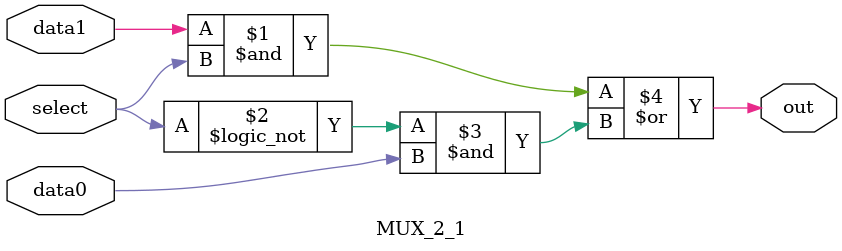
<source format=v>
module MUX_2_1(
    input data0,
    input data1,
    input select,
    output out);

    assign out= data1 & select | !select & data0;

endmodule


</source>
